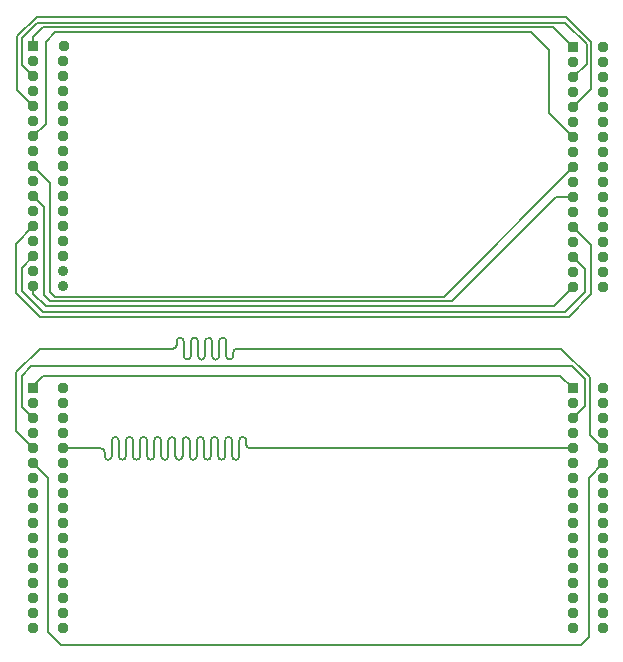
<source format=gbr>
%TF.GenerationSoftware,KiCad,Pcbnew,7.0.7*%
%TF.CreationDate,2023-09-12T23:40:55-05:00*%
%TF.ProjectId,Temps_South,54656d70-735f-4536-9f75-74682e6b6963,B*%
%TF.SameCoordinates,Original*%
%TF.FileFunction,Copper,L1,Top*%
%TF.FilePolarity,Positive*%
%FSLAX46Y46*%
G04 Gerber Fmt 4.6, Leading zero omitted, Abs format (unit mm)*
G04 Created by KiCad (PCBNEW 7.0.7) date 2023-09-12 23:40:55*
%MOMM*%
%LPD*%
G01*
G04 APERTURE LIST*
%TA.AperFunction,ComponentPad*%
%ADD10R,0.940800X0.940800*%
%TD*%
%TA.AperFunction,ComponentPad*%
%ADD11C,0.940800*%
%TD*%
%TA.AperFunction,ComponentPad*%
%ADD12C,0.890000*%
%TD*%
%TA.AperFunction,Conductor*%
%ADD13C,0.200000*%
%TD*%
G04 APERTURE END LIST*
D10*
%TO.P,J2,1,Pin_1*%
%TO.N,/TD2_1*%
X93944440Y-79857600D03*
D11*
%TO.P,J2,2,Pin_2*%
%TO.N,/TD2_2*%
X96504760Y-79857600D03*
%TO.P,J2,3,Pin_3*%
%TO.N,unconnected-(J2-Pin_3-Pad3)*%
X93954600Y-81127600D03*
%TO.P,J2,4,Pin_4*%
%TO.N,unconnected-(J2-Pin_4-Pad4)*%
X96494600Y-81127600D03*
%TO.P,J2,5,Pin_5*%
%TO.N,/TD2_5*%
X93954600Y-82397600D03*
%TO.P,J2,6,Pin_6*%
%TO.N,/TD2_6*%
X96494600Y-82397600D03*
%TO.P,J2,7,Pin_7*%
%TO.N,unconnected-(J2-Pin_7-Pad7)*%
X93954600Y-83667600D03*
%TO.P,J2,8,Pin_8*%
%TO.N,unconnected-(J2-Pin_8-Pad8)*%
X96494600Y-83667600D03*
%TO.P,J2,9,Pin_9*%
%TO.N,/TD2_9*%
X93954600Y-84937600D03*
%TO.P,J2,10,Pin_10*%
%TO.N,/TD2_10*%
X96494600Y-84937600D03*
%TO.P,J2,11,Pin_11*%
%TO.N,/TD2_11*%
X93954600Y-86207600D03*
%TO.P,J2,12,Pin_12*%
%TO.N,unconnected-(J2-Pin_12-Pad12)*%
X96494600Y-86207600D03*
%TO.P,J2,13,Pin_13*%
%TO.N,unconnected-(J2-Pin_13-Pad13)*%
X93954600Y-87477600D03*
%TO.P,J2,14,Pin_14*%
%TO.N,unconnected-(J2-Pin_14-Pad14)*%
X96494600Y-87477600D03*
%TO.P,J2,15,Pin_15*%
%TO.N,unconnected-(J2-Pin_15-Pad15)*%
X93954600Y-88747600D03*
%TO.P,J2,16,Pin_16*%
%TO.N,unconnected-(J2-Pin_16-Pad16)*%
X96494600Y-88747600D03*
%TO.P,J2,17,Pin_17*%
%TO.N,unconnected-(J2-Pin_17-Pad17)*%
X93954600Y-90017600D03*
%TO.P,J2,18,Pin_18*%
%TO.N,unconnected-(J2-Pin_18-Pad18)*%
X96494600Y-90017600D03*
%TO.P,J2,19,Pin_19*%
%TO.N,unconnected-(J2-Pin_19-Pad19)*%
X93954600Y-91287600D03*
%TO.P,J2,20,Pin_20*%
%TO.N,unconnected-(J2-Pin_20-Pad20)*%
X96494600Y-91287600D03*
%TO.P,J2,21,Pin_21*%
%TO.N,unconnected-(J2-Pin_21-Pad21)*%
X93954600Y-92557600D03*
%TO.P,J2,22,Pin_22*%
%TO.N,unconnected-(J2-Pin_22-Pad22)*%
X96494600Y-92557600D03*
%TO.P,J2,23,Pin_23*%
%TO.N,unconnected-(J2-Pin_23-Pad23)*%
X93954600Y-93827600D03*
%TO.P,J2,24,Pin_24*%
%TO.N,unconnected-(J2-Pin_24-Pad24)*%
X96494600Y-93827600D03*
%TO.P,J2,25,Pin_25*%
%TO.N,unconnected-(J2-Pin_25-Pad25)*%
X93954600Y-95097600D03*
%TO.P,J2,26,Pin_26*%
%TO.N,unconnected-(J2-Pin_26-Pad26)*%
X96494600Y-95097600D03*
%TO.P,J2,27,Pin_27*%
%TO.N,unconnected-(J2-Pin_27-Pad27)*%
X93954600Y-96367600D03*
%TO.P,J2,28,Pin_28*%
%TO.N,unconnected-(J2-Pin_28-Pad28)*%
X96494600Y-96367600D03*
%TO.P,J2,29,Pin_29*%
%TO.N,unconnected-(J2-Pin_29-Pad29)*%
X93954600Y-97637600D03*
%TO.P,J2,30,Pin_30*%
%TO.N,unconnected-(J2-Pin_30-Pad30)*%
X96494600Y-97637600D03*
%TO.P,J2,31,Pin_31*%
%TO.N,unconnected-(J2-Pin_31-Pad31)*%
X93954600Y-98907600D03*
%TO.P,J2,32,Pin_32*%
%TO.N,unconnected-(J2-Pin_32-Pad32)*%
X96494600Y-98907600D03*
%TO.P,J2,33,Pin_33*%
%TO.N,unconnected-(J2-Pin_33-Pad33)*%
X93954600Y-100177600D03*
%TO.P,J2,34,Pin_34*%
%TO.N,unconnected-(J2-Pin_34-Pad34)*%
X96494600Y-100177600D03*
%TD*%
D10*
%TO.P,J3,1,Pin_1*%
%TO.N,/TD1_1+*%
X139664440Y-50952400D03*
D11*
%TO.P,J3,2,Pin_2*%
%TO.N,/TD1_1-*%
X142224760Y-50952400D03*
%TO.P,J3,3,Pin_3*%
%TO.N,unconnected-(J3-Pin_3-Pad3)*%
X139674600Y-52222400D03*
%TO.P,J3,4,Pin_4*%
%TO.N,unconnected-(J3-Pin_4-Pad4)*%
X142214600Y-52222400D03*
%TO.P,J3,5,Pin_5*%
%TO.N,/TD1_5*%
X139674600Y-53492400D03*
%TO.P,J3,6,Pin_6*%
%TO.N,/TD1_6*%
X142214600Y-53492400D03*
%TO.P,J3,7,Pin_7*%
%TO.N,unconnected-(J3-Pin_7-Pad7)*%
X139674600Y-54762400D03*
%TO.P,J3,8,Pin_8*%
%TO.N,unconnected-(J3-Pin_8-Pad8)*%
X142214600Y-54762400D03*
%TO.P,J3,9,Pin_9*%
%TO.N,/TD1_9*%
X139674600Y-56032400D03*
%TO.P,J3,10,Pin_10*%
%TO.N,/TD1_10*%
X142214600Y-56032400D03*
%TO.P,J3,11,Pin_11*%
%TO.N,unconnected-(J3-Pin_11-Pad11)*%
X139674600Y-57302400D03*
%TO.P,J3,12,Pin_12*%
%TO.N,unconnected-(J3-Pin_12-Pad12)*%
X142214600Y-57302400D03*
%TO.P,J3,13,Pin_13*%
%TO.N,/TD1_13*%
X139674600Y-58572400D03*
%TO.P,J3,14,Pin_14*%
%TO.N,/TD1_14*%
X142214600Y-58572400D03*
%TO.P,J3,15,Pin_15*%
%TO.N,unconnected-(J3-Pin_15-Pad15)*%
X139674600Y-59842400D03*
%TO.P,J3,16,Pin_16*%
%TO.N,unconnected-(J3-Pin_16-Pad16)*%
X142214600Y-59842400D03*
%TO.P,J3,17,Pin_17*%
%TO.N,/TD1_17*%
X139674600Y-61112400D03*
%TO.P,J3,18,Pin_18*%
%TO.N,/TD1_18*%
X142214600Y-61112400D03*
%TO.P,J3,19,Pin_19*%
%TO.N,unconnected-(J3-Pin_19-Pad19)*%
X139674600Y-62382400D03*
%TO.P,J3,20,Pin_20*%
%TO.N,unconnected-(J3-Pin_20-Pad20)*%
X142214600Y-62382400D03*
%TO.P,J3,21,Pin_21*%
%TO.N,/TD1_21*%
X139674600Y-63652400D03*
%TO.P,J3,22,Pin_22*%
%TO.N,/TD1_22*%
X142214600Y-63652400D03*
%TO.P,J3,23,Pin_23*%
%TO.N,unconnected-(J3-Pin_23-Pad23)*%
X139674600Y-64922400D03*
%TO.P,J3,24,Pin_24*%
%TO.N,unconnected-(J3-Pin_24-Pad24)*%
X142214600Y-64922400D03*
%TO.P,J3,25,Pin_25*%
%TO.N,/TD1_25*%
X139674600Y-66192400D03*
%TO.P,J3,26,Pin_26*%
%TO.N,/TD1_26*%
X142214600Y-66192400D03*
%TO.P,J3,27,Pin_27*%
%TO.N,unconnected-(J3-Pin_27-Pad27)*%
X139674600Y-67462400D03*
%TO.P,J3,28,Pin_28*%
%TO.N,unconnected-(J3-Pin_28-Pad28)*%
X142214600Y-67462400D03*
%TO.P,J3,29,Pin_29*%
%TO.N,/TD1_29*%
X139674600Y-68732400D03*
%TO.P,J3,30,Pin_30*%
%TO.N,/TD1_30*%
X142214600Y-68732400D03*
%TO.P,J3,31,Pin_31*%
%TO.N,unconnected-(J3-Pin_31-Pad31)*%
X139674600Y-70002400D03*
%TO.P,J3,32,Pin_32*%
%TO.N,unconnected-(J3-Pin_32-Pad32)*%
X142214600Y-70002400D03*
%TO.P,J3,33,Pin_33*%
%TO.N,/TD1_33*%
X139674600Y-71272400D03*
%TO.P,J3,34,Pin_34*%
%TO.N,/TD1_34*%
X142214600Y-71272400D03*
%TD*%
D10*
%TO.P,J4,1,Pin_1*%
%TO.N,/TD2_1*%
X139659840Y-79857600D03*
D11*
%TO.P,J4,2,Pin_2*%
%TO.N,/TD2_2*%
X142220160Y-79857600D03*
%TO.P,J4,3,Pin_3*%
%TO.N,unconnected-(J4-Pin_3-Pad3)*%
X139670000Y-81127600D03*
%TO.P,J4,4,Pin_4*%
%TO.N,unconnected-(J4-Pin_4-Pad4)*%
X142210000Y-81127600D03*
%TO.P,J4,5,Pin_5*%
%TO.N,/TD2_5*%
X139670000Y-82397600D03*
%TO.P,J4,6,Pin_6*%
%TO.N,/TD2_6*%
X142210000Y-82397600D03*
%TO.P,J4,7,Pin_7*%
%TO.N,unconnected-(J4-Pin_7-Pad7)*%
X139670000Y-83667600D03*
%TO.P,J4,8,Pin_8*%
%TO.N,unconnected-(J4-Pin_8-Pad8)*%
X142210000Y-83667600D03*
%TO.P,J4,9,Pin_9*%
%TO.N,/TD2_10*%
X139670000Y-84937600D03*
%TO.P,J4,10,Pin_10*%
%TO.N,/TD2_9*%
X142210000Y-84937600D03*
%TO.P,J4,11,Pin_11*%
%TO.N,unconnected-(J4-Pin_11-Pad11)*%
X139670000Y-86207600D03*
%TO.P,J4,12,Pin_12*%
%TO.N,/TD2_11*%
X142210000Y-86207600D03*
%TO.P,J4,13,Pin_13*%
%TO.N,unconnected-(J4-Pin_13-Pad13)*%
X139670000Y-87477600D03*
%TO.P,J4,14,Pin_14*%
%TO.N,unconnected-(J4-Pin_14-Pad14)*%
X142210000Y-87477600D03*
%TO.P,J4,15,Pin_15*%
%TO.N,unconnected-(J4-Pin_15-Pad15)*%
X139670000Y-88747600D03*
%TO.P,J4,16,Pin_16*%
%TO.N,unconnected-(J4-Pin_16-Pad16)*%
X142210000Y-88747600D03*
%TO.P,J4,17,Pin_17*%
%TO.N,unconnected-(J4-Pin_17-Pad17)*%
X139670000Y-90017600D03*
%TO.P,J4,18,Pin_18*%
%TO.N,unconnected-(J4-Pin_18-Pad18)*%
X142210000Y-90017600D03*
%TO.P,J4,19,Pin_19*%
%TO.N,unconnected-(J4-Pin_19-Pad19)*%
X139670000Y-91287600D03*
%TO.P,J4,20,Pin_20*%
%TO.N,unconnected-(J4-Pin_20-Pad20)*%
X142210000Y-91287600D03*
%TO.P,J4,21,Pin_21*%
%TO.N,unconnected-(J4-Pin_21-Pad21)*%
X139670000Y-92557600D03*
%TO.P,J4,22,Pin_22*%
%TO.N,unconnected-(J4-Pin_22-Pad22)*%
X142210000Y-92557600D03*
%TO.P,J4,23,Pin_23*%
%TO.N,unconnected-(J4-Pin_23-Pad23)*%
X139670000Y-93827600D03*
%TO.P,J4,24,Pin_24*%
%TO.N,unconnected-(J4-Pin_24-Pad24)*%
X142210000Y-93827600D03*
%TO.P,J4,25,Pin_25*%
%TO.N,unconnected-(J4-Pin_25-Pad25)*%
X139670000Y-95097600D03*
%TO.P,J4,26,Pin_26*%
%TO.N,unconnected-(J4-Pin_26-Pad26)*%
X142210000Y-95097600D03*
%TO.P,J4,27,Pin_27*%
%TO.N,unconnected-(J4-Pin_27-Pad27)*%
X139670000Y-96367600D03*
%TO.P,J4,28,Pin_28*%
%TO.N,unconnected-(J4-Pin_28-Pad28)*%
X142210000Y-96367600D03*
%TO.P,J4,29,Pin_29*%
%TO.N,unconnected-(J4-Pin_29-Pad29)*%
X139670000Y-97637600D03*
%TO.P,J4,30,Pin_30*%
%TO.N,unconnected-(J4-Pin_30-Pad30)*%
X142210000Y-97637600D03*
%TO.P,J4,31,Pin_31*%
%TO.N,unconnected-(J4-Pin_31-Pad31)*%
X139670000Y-98907600D03*
%TO.P,J4,32,Pin_32*%
%TO.N,unconnected-(J4-Pin_32-Pad32)*%
X142210000Y-98907600D03*
%TO.P,J4,33,Pin_33*%
%TO.N,unconnected-(J4-Pin_33-Pad33)*%
X139670000Y-100177600D03*
%TO.P,J4,34,Pin_34*%
%TO.N,unconnected-(J4-Pin_34-Pad34)*%
X142210000Y-100177600D03*
%TD*%
D10*
%TO.P,J1,1,Pin_1*%
%TO.N,/TD1_1+*%
X93969840Y-50901600D03*
D11*
%TO.P,J1,2,Pin_2*%
%TO.N,/TD1_1-*%
X96530160Y-50901600D03*
%TO.P,J1,3,Pin_3*%
%TO.N,unconnected-(J1-Pin_3-Pad3)*%
X93980000Y-52171600D03*
%TO.P,J1,4,Pin_4*%
%TO.N,unconnected-(J1-Pin_4-Pad4)*%
X96520000Y-52171600D03*
%TO.P,J1,5,Pin_5*%
%TO.N,/TD1_5*%
X93980000Y-53441600D03*
%TO.P,J1,6,Pin_6*%
%TO.N,/TD1_6*%
X96520000Y-53441600D03*
%TO.P,J1,7,Pin_7*%
%TO.N,unconnected-(J1-Pin_7-Pad7)*%
X93980000Y-54711600D03*
%TO.P,J1,8,Pin_8*%
%TO.N,unconnected-(J1-Pin_8-Pad8)*%
X96520000Y-54711600D03*
%TO.P,J1,9,Pin_9*%
%TO.N,/TD1_9*%
X93980000Y-55981600D03*
%TO.P,J1,10,Pin_10*%
%TO.N,/TD1_10*%
X96520000Y-55981600D03*
%TO.P,J1,11,Pin_11*%
%TO.N,unconnected-(J1-Pin_11-Pad11)*%
X93980000Y-57251600D03*
%TO.P,J1,12,Pin_12*%
%TO.N,unconnected-(J1-Pin_12-Pad12)*%
X96520000Y-57251600D03*
%TO.P,J1,13,Pin_13*%
%TO.N,/TD1_13*%
X93980000Y-58521600D03*
%TO.P,J1,14,Pin_14*%
%TO.N,/TD1_14*%
X96520000Y-58521600D03*
%TO.P,J1,15,Pin_15*%
%TO.N,unconnected-(J1-Pin_15-Pad15)*%
X93980000Y-59791600D03*
%TO.P,J1,16,Pin_16*%
%TO.N,unconnected-(J1-Pin_16-Pad16)*%
X96520000Y-59791600D03*
%TO.P,J1,17,Pin_17*%
%TO.N,/TD1_17*%
X93980000Y-61061600D03*
%TO.P,J1,18,Pin_18*%
%TO.N,/TD1_18*%
X96520000Y-61061600D03*
%TO.P,J1,19,Pin_19*%
%TO.N,unconnected-(J1-Pin_19-Pad19)*%
X93980000Y-62331600D03*
%TO.P,J1,20,Pin_20*%
%TO.N,unconnected-(J1-Pin_20-Pad20)*%
X96520000Y-62331600D03*
%TO.P,J1,21,Pin_21*%
%TO.N,/TD1_21*%
X93980000Y-63601600D03*
%TO.P,J1,22,Pin_22*%
%TO.N,/TD1_22*%
X96520000Y-63601600D03*
%TO.P,J1,23,Pin_23*%
%TO.N,unconnected-(J1-Pin_23-Pad23)*%
X93980000Y-64871600D03*
%TO.P,J1,24,Pin_24*%
%TO.N,unconnected-(J1-Pin_24-Pad24)*%
X96520000Y-64871600D03*
%TO.P,J1,25,Pin_25*%
%TO.N,/TD1_25*%
X93980000Y-66141600D03*
%TO.P,J1,26,Pin_26*%
%TO.N,/TD1_26*%
X96520000Y-66141600D03*
%TO.P,J1,27,Pin_27*%
%TO.N,unconnected-(J1-Pin_27-Pad27)*%
X93980000Y-67411600D03*
%TO.P,J1,28,Pin_28*%
%TO.N,unconnected-(J1-Pin_28-Pad28)*%
X96520000Y-67411600D03*
%TO.P,J1,29,Pin_29*%
%TO.N,/TD1_29*%
X93980000Y-68681600D03*
%TO.P,J1,30,Pin_30*%
%TO.N,/TD1_30*%
X96520000Y-68681600D03*
%TO.P,J1,31,Pin_31*%
%TO.N,unconnected-(J1-Pin_31-Pad31)*%
X93980000Y-69951600D03*
D12*
%TO.P,J1,32,Pin_32*%
%TO.N,unconnected-(J1-Pin_32-Pad32)*%
X96520000Y-69951600D03*
D11*
%TO.P,J1,33,Pin_33*%
%TO.N,/TD1_33*%
X93980000Y-71221600D03*
D12*
%TO.P,J1,34,Pin_34*%
%TO.N,/TD1_34*%
X96520000Y-71221600D03*
%TD*%
D13*
%TO.N,/TD2_1*%
X138589840Y-78787600D02*
X139659840Y-79857600D01*
X93944440Y-79650560D02*
X94807400Y-78787600D01*
X93944440Y-79857600D02*
X93944440Y-79650560D01*
X94807400Y-78787600D02*
X138589840Y-78787600D01*
%TO.N,/TD2_5*%
X140707400Y-81360200D02*
X139670000Y-82397600D01*
X93007400Y-78787600D02*
X93807400Y-77987600D01*
X93007400Y-81450400D02*
X93007400Y-78787600D01*
X93807400Y-77987600D02*
X139607400Y-77987600D01*
X140707400Y-79087600D02*
X140707400Y-81360200D01*
X93954600Y-82397600D02*
X93007400Y-81450400D01*
X139607400Y-77987600D02*
X140707400Y-79087600D01*
%TO.N,/TD1_5*%
X139007400Y-48887600D02*
X140807400Y-50687600D01*
X93007400Y-50187600D02*
X94307400Y-48887600D01*
X93980000Y-53441600D02*
X93007400Y-52469000D01*
X94307400Y-48887600D02*
X139007400Y-48887600D01*
X140807400Y-50687600D02*
X140807400Y-52359600D01*
X93007400Y-52469000D02*
X93007400Y-50187600D01*
X140807400Y-52359600D02*
X139674600Y-53492400D01*
%TO.N,/TD1_9*%
X94241714Y-48387600D02*
X139073085Y-48387600D01*
X92607400Y-54609000D02*
X92607400Y-50021914D01*
X139073085Y-48387600D02*
X141207400Y-50521915D01*
X93980000Y-55981600D02*
X92607400Y-54609000D01*
X141207400Y-54499600D02*
X139674600Y-56032400D01*
X92607400Y-50021914D02*
X94241714Y-48387600D01*
X141207400Y-50521915D02*
X141207400Y-54499600D01*
%TO.N,/TD1_13*%
X95807400Y-49687600D02*
X136107400Y-49687600D01*
X95007400Y-50487600D02*
X95807400Y-49687600D01*
X136107400Y-49687600D02*
X137607400Y-51187600D01*
X93980000Y-58521600D02*
X95007400Y-57494200D01*
X137607400Y-56505200D02*
X139674600Y-58572400D01*
X95007400Y-57494200D02*
X95007400Y-50487600D01*
X137607400Y-51187600D02*
X137607400Y-56505200D01*
%TO.N,/TD1_17*%
X95407400Y-71687600D02*
X95807400Y-72087600D01*
X95807400Y-72087600D02*
X128699400Y-72087600D01*
X93980000Y-61061600D02*
X95407400Y-62489000D01*
X128699400Y-72087600D02*
X139674600Y-61112400D01*
X95407400Y-62489000D02*
X95407400Y-71687600D01*
%TO.N,/TD1_21*%
X94907400Y-64529000D02*
X94907400Y-71987600D01*
X94907400Y-71987600D02*
X95407400Y-72487600D01*
X129407400Y-72487600D02*
X138242600Y-63652400D01*
X95407400Y-72487600D02*
X129407400Y-72487600D01*
X93980000Y-63601600D02*
X94907400Y-64529000D01*
X138242600Y-63652400D02*
X139674600Y-63652400D01*
%TO.N,/TD1_25*%
X92507400Y-67614200D02*
X92507400Y-71787600D01*
X139307400Y-73787600D02*
X141207400Y-71887600D01*
X141207400Y-71887600D02*
X141207400Y-67725200D01*
X94507400Y-73787600D02*
X139307400Y-73787600D01*
X92507400Y-71787600D02*
X94507400Y-73787600D01*
X93980000Y-66141600D02*
X92507400Y-67614200D01*
X141207400Y-67725200D02*
X139674600Y-66192400D01*
%TO.N,/TD1_29*%
X94807400Y-73387600D02*
X139007400Y-73387600D01*
X139007400Y-73387600D02*
X140707400Y-71687600D01*
X93980000Y-68681600D02*
X93007400Y-69654200D01*
X93007400Y-69654200D02*
X93007400Y-71587600D01*
X140707400Y-71687600D02*
X140707400Y-69765200D01*
X140707400Y-69765200D02*
X139674600Y-68732400D01*
X93007400Y-71587600D02*
X94807400Y-73387600D01*
%TO.N,/TD1_33*%
X95007400Y-72887600D02*
X138059400Y-72887600D01*
X93980000Y-71221600D02*
X93980000Y-71860200D01*
X138059400Y-72887600D02*
X139674600Y-71272400D01*
X93980000Y-71860200D02*
X95007400Y-72887600D01*
%TO.N,/TD2_1*%
X139530403Y-79987037D02*
X139659840Y-79857600D01*
%TO.N,/TD2_9*%
X141107400Y-78921915D02*
X141107400Y-83835000D01*
X111207400Y-76487600D02*
X111969909Y-76487600D01*
X106107400Y-76187600D02*
X106107400Y-75857499D01*
X109707400Y-76487600D02*
X109707400Y-75857499D01*
X92507400Y-78487600D02*
X94507400Y-76487600D01*
X107307400Y-77117701D02*
X107307400Y-76487600D01*
X108507400Y-77117725D02*
X108507400Y-76487600D01*
X106707400Y-75857499D02*
X106707400Y-76187600D01*
X92507400Y-83490400D02*
X92507400Y-78487600D01*
X94507400Y-76487600D02*
X105807400Y-76487600D01*
X107307400Y-76487600D02*
X107307400Y-75857499D01*
X107907400Y-76487600D02*
X107907400Y-77117725D01*
X111969909Y-76487600D02*
X138673085Y-76487600D01*
X109107400Y-75857499D02*
X109107400Y-76487600D01*
X110307400Y-76487600D02*
X110307400Y-77117725D01*
X138673085Y-76487600D02*
X141107400Y-78921915D01*
X108507400Y-76487600D02*
X108507400Y-75857499D01*
X93954600Y-84937600D02*
X92507400Y-83490400D01*
X110307400Y-75857499D02*
X110307400Y-76487600D01*
X107907400Y-75857499D02*
X107907400Y-76487600D01*
X141107400Y-83835000D02*
X142210000Y-84937600D01*
X109107400Y-76487600D02*
X109107400Y-77117725D01*
X110907400Y-77117725D02*
X110907400Y-76787600D01*
X109707400Y-77117725D02*
X109707400Y-76487600D01*
X106707400Y-76187600D02*
X106707400Y-77117701D01*
X110307375Y-77117725D02*
G75*
G03*
X110607400Y-77417725I300025J25D01*
G01*
X106407400Y-75557500D02*
G75*
G03*
X106107400Y-75857499I0J-300000D01*
G01*
X109407400Y-77417700D02*
G75*
G03*
X109707400Y-77117725I0J300000D01*
G01*
X107607400Y-75557500D02*
G75*
G03*
X107307400Y-75857499I0J-300000D01*
G01*
X105807400Y-76487600D02*
G75*
G03*
X106107400Y-76187600I0J300000D01*
G01*
X107007400Y-77417700D02*
G75*
G03*
X107307400Y-77117701I0J300000D01*
G01*
X108207400Y-77417700D02*
G75*
G03*
X108507400Y-77117725I0J300000D01*
G01*
X106707401Y-75857499D02*
G75*
G03*
X106407400Y-75557499I-300001J-1D01*
G01*
X110307401Y-75857499D02*
G75*
G03*
X110007400Y-75557499I-300001J-1D01*
G01*
X110607400Y-77417700D02*
G75*
G03*
X110907400Y-77117725I0J300000D01*
G01*
X106707399Y-77117701D02*
G75*
G03*
X107007400Y-77417701I300001J1D01*
G01*
X109107401Y-75857499D02*
G75*
G03*
X108807400Y-75557499I-300001J-1D01*
G01*
X110007400Y-75557500D02*
G75*
G03*
X109707400Y-75857499I0J-300000D01*
G01*
X109107375Y-77117725D02*
G75*
G03*
X109407400Y-77417725I300025J25D01*
G01*
X107907375Y-77117725D02*
G75*
G03*
X108207400Y-77417725I300025J25D01*
G01*
X108807400Y-75557500D02*
G75*
G03*
X108507400Y-75857499I0J-300000D01*
G01*
X111207400Y-76487600D02*
G75*
G03*
X110907400Y-76787600I0J-300000D01*
G01*
X107907401Y-75857499D02*
G75*
G03*
X107607400Y-75557499I-300001J-1D01*
G01*
%TO.N,/TD2_10*%
X110207400Y-84937600D02*
X110207400Y-84268704D01*
X96494600Y-84937600D02*
X99707400Y-84937600D01*
X104207400Y-84937600D02*
X104207400Y-84268729D01*
X110207400Y-85606471D02*
X110207400Y-84937600D01*
X110807400Y-84268704D02*
X110807400Y-84937600D01*
X103607400Y-84937600D02*
X103607400Y-85606471D01*
X103007400Y-85606471D02*
X103007400Y-84937600D01*
X109007400Y-85606471D02*
X109007400Y-84937600D01*
X112007400Y-84268704D02*
X112007400Y-84637600D01*
X109607400Y-84268704D02*
X109607400Y-84937600D01*
X108407400Y-84937600D02*
X108407400Y-85606471D01*
X107807400Y-84937600D02*
X107807400Y-84268729D01*
X104807400Y-84937600D02*
X104807400Y-85606471D01*
X102407400Y-84937600D02*
X102407400Y-85606471D01*
X106607400Y-84937600D02*
X106607400Y-84268729D01*
X112307400Y-84937600D02*
X113453066Y-84937600D01*
X106007400Y-84268729D02*
X106007400Y-84937600D01*
X111407400Y-84937600D02*
X111407400Y-84268704D01*
X108407400Y-84268729D02*
X108407400Y-84937600D01*
X107807400Y-85606471D02*
X107807400Y-84937600D01*
X113453066Y-84937600D02*
X139670000Y-84937600D01*
X107207400Y-84268729D02*
X107207400Y-84937600D01*
X105407400Y-84937600D02*
X105407400Y-84268729D01*
X101207400Y-84268729D02*
X101207400Y-84937600D01*
X111407400Y-85606471D02*
X111407400Y-84937600D01*
X103007400Y-84937600D02*
X103007400Y-84268729D01*
X100007400Y-85237600D02*
X100007400Y-85606471D01*
X109007400Y-84937600D02*
X109007400Y-84268704D01*
X100607400Y-85237600D02*
X100607400Y-84268729D01*
X105407400Y-85606471D02*
X105407400Y-84937600D01*
X100607400Y-85606471D02*
X100607400Y-85237600D01*
X106007400Y-84937600D02*
X106007400Y-85606471D01*
X107207400Y-84937600D02*
X107207400Y-85606471D01*
X104807400Y-84268729D02*
X104807400Y-84937600D01*
X102407400Y-84268729D02*
X102407400Y-84937600D01*
X103607400Y-84268729D02*
X103607400Y-84937600D01*
X104207400Y-85606471D02*
X104207400Y-84937600D01*
X101807400Y-85606471D02*
X101807400Y-84937600D01*
X101807400Y-84937600D02*
X101807400Y-84268729D01*
X110807400Y-84937600D02*
X110807400Y-85606471D01*
X101207400Y-84937600D02*
X101207400Y-85606471D01*
X109607400Y-84937600D02*
X109607400Y-85606471D01*
X106607400Y-85606471D02*
X106607400Y-84937600D01*
X109907400Y-85906500D02*
G75*
G03*
X110207400Y-85606471I0J300000D01*
G01*
X105707400Y-83968700D02*
G75*
G03*
X105407400Y-84268729I0J-300000D01*
G01*
X103907400Y-85906500D02*
G75*
G03*
X104207400Y-85606471I0J300000D01*
G01*
X108407429Y-85606471D02*
G75*
G03*
X108707400Y-85906471I299971J-29D01*
G01*
X106307400Y-85906500D02*
G75*
G03*
X106607400Y-85606471I0J300000D01*
G01*
X103607429Y-85606471D02*
G75*
G03*
X103907400Y-85906471I299971J-29D01*
G01*
X104507400Y-83968700D02*
G75*
G03*
X104207400Y-84268729I0J-300000D01*
G01*
X102407371Y-84268729D02*
G75*
G03*
X102107400Y-83968729I-299971J29D01*
G01*
X104807371Y-84268729D02*
G75*
G03*
X104507400Y-83968729I-299971J29D01*
G01*
X109307400Y-83968700D02*
G75*
G03*
X109007400Y-84268704I0J-300000D01*
G01*
X106007371Y-84268729D02*
G75*
G03*
X105707400Y-83968729I-299971J29D01*
G01*
X110807396Y-84268704D02*
G75*
G03*
X110507400Y-83968704I-299996J4D01*
G01*
X111107400Y-85906500D02*
G75*
G03*
X111407400Y-85606471I0J300000D01*
G01*
X104807429Y-85606471D02*
G75*
G03*
X105107400Y-85906471I299971J-29D01*
G01*
X106907400Y-83968700D02*
G75*
G03*
X106607400Y-84268729I0J-300000D01*
G01*
X102107400Y-83968700D02*
G75*
G03*
X101807400Y-84268729I0J-300000D01*
G01*
X103607371Y-84268729D02*
G75*
G03*
X103307400Y-83968729I-299971J29D01*
G01*
X110807429Y-85606471D02*
G75*
G03*
X111107400Y-85906471I299971J-29D01*
G01*
X112007396Y-84268704D02*
G75*
G03*
X111707400Y-83968704I-299996J4D01*
G01*
X105107400Y-85906500D02*
G75*
G03*
X105407400Y-85606471I0J300000D01*
G01*
X107207371Y-84268729D02*
G75*
G03*
X106907400Y-83968729I-299971J29D01*
G01*
X110507400Y-83968700D02*
G75*
G03*
X110207400Y-84268704I0J-300000D01*
G01*
X100007400Y-85237600D02*
G75*
G03*
X99707400Y-84937600I-300000J0D01*
G01*
X107207429Y-85606471D02*
G75*
G03*
X107507400Y-85906471I299971J-29D01*
G01*
X102407429Y-85606471D02*
G75*
G03*
X102707400Y-85906471I299971J-29D01*
G01*
X112007400Y-84637600D02*
G75*
G03*
X112307400Y-84937600I300000J0D01*
G01*
X100007429Y-85606471D02*
G75*
G03*
X100307400Y-85906471I299971J-29D01*
G01*
X103307400Y-83968700D02*
G75*
G03*
X103007400Y-84268729I0J-300000D01*
G01*
X101507400Y-85906500D02*
G75*
G03*
X101807400Y-85606471I0J300000D01*
G01*
X108407371Y-84268729D02*
G75*
G03*
X108107400Y-83968729I-299971J29D01*
G01*
X102707400Y-85906500D02*
G75*
G03*
X103007400Y-85606471I0J300000D01*
G01*
X109607429Y-85606471D02*
G75*
G03*
X109907400Y-85906471I299971J-29D01*
G01*
X101207371Y-84268729D02*
G75*
G03*
X100907400Y-83968729I-299971J29D01*
G01*
X106007429Y-85606471D02*
G75*
G03*
X106307400Y-85906471I299971J-29D01*
G01*
X109607396Y-84268704D02*
G75*
G03*
X109307400Y-83968704I-299996J4D01*
G01*
X107507400Y-85906500D02*
G75*
G03*
X107807400Y-85606471I0J300000D01*
G01*
X111707400Y-83968700D02*
G75*
G03*
X111407400Y-84268704I0J-300000D01*
G01*
X108707400Y-85906500D02*
G75*
G03*
X109007400Y-85606471I0J300000D01*
G01*
X100307400Y-85906500D02*
G75*
G03*
X100607400Y-85606471I0J300000D01*
G01*
X100907400Y-83968700D02*
G75*
G03*
X100607400Y-84268729I0J-300000D01*
G01*
X108107400Y-83968700D02*
G75*
G03*
X107807400Y-84268729I0J-300000D01*
G01*
X101207429Y-85606471D02*
G75*
G03*
X101507400Y-85906471I299971J-29D01*
G01*
%TO.N,/TD2_11*%
X96307400Y-101587600D02*
X95207400Y-100487600D01*
X141007400Y-87410200D02*
X141007400Y-100887600D01*
X140307400Y-101587600D02*
X96307400Y-101587600D01*
X142210000Y-86207600D02*
X141007400Y-87410200D01*
X95207400Y-87460400D02*
X93954600Y-86207600D01*
X95207400Y-100487600D02*
X95207400Y-87460400D01*
X141007400Y-100887600D02*
X140307400Y-101587600D01*
%TO.N,/TD1_1+*%
X137999640Y-49287600D02*
X139664440Y-50952400D01*
X94807400Y-49287600D02*
X137999640Y-49287600D01*
X93969840Y-50125160D02*
X94807400Y-49287600D01*
X93969840Y-50901600D02*
X93969840Y-50125160D01*
%TD*%
M02*

</source>
